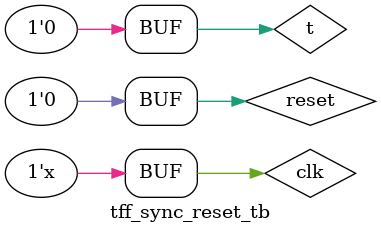
<source format=v>

module tff_sync_reset(t,clk,q,reset);

	output reg q;
	input clk,reset;
	input t;

	always @(posedge clk)
	begin
		if(reset)
			q <= 0;
		else 
		begin
			if (t == 0)
				q <= q;
			else
			begin
				if (q == 0)
					q <= 1;
				else
					q <= 0;
			end
	   	end
	   end

endmodule

module tff_sync_reset_tb();

	reg t,clk,reset;
	wire q;

	tff_sync_reset tb(t,clk,q,reset);

	always #10 clk = ~clk;

	initial
	begin
		clk = 0;
		reset = 1;
		#10 reset = 0;
	end

	initial
	begin
		#20 t = 1;
		#20 t = 0;
		#20 t = 1;
		#20 t = 0;
		#20 t = 1;
		#20 t = 0;
	end

endmodule


</source>
